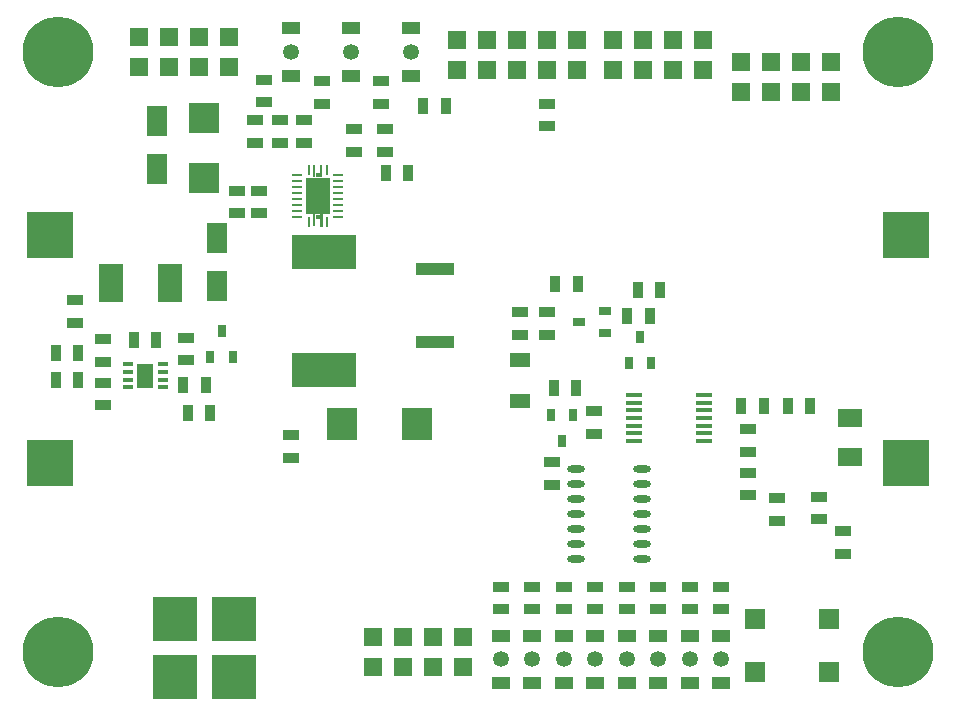
<source format=gbr>
G04 #@! TF.FileFunction,Soldermask,Bot*
%FSLAX46Y46*%
G04 Gerber Fmt 4.6, Leading zero omitted, Abs format (unit mm)*
G04 Created by KiCad (PCBNEW 0.201505041002+5641~23~ubuntu14.04.1-product) date St 6. květen 2015, 01:35:33 CEST*
%MOMM*%
G01*
G04 APERTURE LIST*
%ADD10C,0.300000*%
%ADD11R,4.000000X4.000000*%
%ADD12R,1.397000X0.889000*%
%ADD13R,2.499360X2.550160*%
%ADD14R,0.889000X1.397000*%
%ADD15R,1.800860X2.499360*%
%ADD16R,1.500000X1.050000*%
%ADD17C,1.350000*%
%ADD18R,1.699260X1.300480*%
%ADD19R,2.000000X3.180000*%
%ADD20R,1.524000X1.524000*%
%ADD21R,3.810000X3.810000*%
%ADD22R,5.500000X3.000000*%
%ADD23C,6.000000*%
%ADD24R,0.800100X1.000760*%
%ADD25R,1.000760X0.800100*%
%ADD26R,3.200000X1.000000*%
%ADD27R,2.032000X1.524000*%
%ADD28O,1.473200X0.609600*%
%ADD29R,1.676400X1.676400*%
%ADD30R,1.450000X0.450000*%
%ADD31R,0.850000X0.350000*%
%ADD32R,1.400000X2.000000*%
%ADD33R,2.550160X2.700020*%
%ADD34R,0.850000X0.280000*%
%ADD35R,2.050000X3.050000*%
%ADD36R,0.280000X0.850000*%
%ADD37R,0.280000X1.125000*%
%ADD38R,0.400000X0.450000*%
%ADD39C,0.600000*%
G04 APERTURE END LIST*
D10*
D11*
X4390000Y40384000D03*
X76890000Y40384000D03*
X4390000Y21084000D03*
X76890000Y21084000D03*
D12*
X8890000Y27876500D03*
X8890000Y25971500D03*
D13*
X17399000Y45227240D03*
X17399000Y50276760D03*
D12*
X20193000Y44132500D03*
X20193000Y42227500D03*
X8890000Y31559500D03*
X8890000Y29654500D03*
D14*
X11493500Y31496000D03*
X13398500Y31496000D03*
D12*
X21717000Y48196500D03*
X21717000Y50101500D03*
X22098000Y44132500D03*
X22098000Y42227500D03*
X15875000Y29781500D03*
X15875000Y31686500D03*
X32766000Y47434500D03*
X32766000Y49339500D03*
X24765000Y23431500D03*
X24765000Y21526500D03*
X50419000Y25463500D03*
X50419000Y23558500D03*
X63500000Y22034500D03*
X63500000Y23939500D03*
X69469000Y18224500D03*
X69469000Y16319500D03*
D14*
X68770500Y25908000D03*
X66865500Y25908000D03*
D12*
X65913000Y18097500D03*
X65913000Y16192500D03*
X44196000Y33845500D03*
X44196000Y31940500D03*
X46863000Y21145500D03*
X46863000Y19240500D03*
D15*
X13462000Y46007020D03*
X13462000Y50004980D03*
X18542000Y40098980D03*
X18542000Y36101020D03*
D16*
X24765000Y53880000D03*
X24765000Y57880000D03*
D17*
X24765000Y55880000D03*
D16*
X29845000Y53880000D03*
X29845000Y57880000D03*
D17*
X29845000Y55880000D03*
D16*
X34925000Y53880000D03*
X34925000Y57880000D03*
D17*
X34925000Y55880000D03*
D18*
X44196000Y26316940D03*
X44196000Y29817060D03*
D16*
X42545000Y2445000D03*
X42545000Y6445000D03*
D17*
X42545000Y4445000D03*
D16*
X45212000Y2445000D03*
X45212000Y6445000D03*
D17*
X45212000Y4445000D03*
D16*
X47879000Y2445000D03*
X47879000Y6445000D03*
D17*
X47879000Y4445000D03*
D16*
X50546000Y2445000D03*
X50546000Y6445000D03*
D17*
X50546000Y4445000D03*
D16*
X53213000Y2445000D03*
X53213000Y6445000D03*
D17*
X53213000Y4445000D03*
D16*
X55880000Y2445000D03*
X55880000Y6445000D03*
D17*
X55880000Y4445000D03*
D16*
X58547000Y2445000D03*
X58547000Y6445000D03*
D17*
X58547000Y4445000D03*
D19*
X9565000Y36322000D03*
X14565000Y36322000D03*
D20*
X19558000Y57150000D03*
X19558000Y54610000D03*
X17018000Y57150000D03*
X17018000Y54610000D03*
X14478000Y57150000D03*
X14478000Y54610000D03*
X11938000Y57150000D03*
X11938000Y54610000D03*
X49022000Y54356000D03*
X49022000Y56896000D03*
X38862000Y56896000D03*
X38862000Y54356000D03*
X43942000Y54356000D03*
X43942000Y56896000D03*
X46482000Y54356000D03*
X46482000Y56896000D03*
X41402000Y54356000D03*
X41402000Y56896000D03*
X31750000Y3810000D03*
X31750000Y6350000D03*
X34290000Y3810000D03*
X34290000Y6350000D03*
X36830000Y3810000D03*
X36830000Y6350000D03*
X39370000Y3810000D03*
X39370000Y6350000D03*
D21*
X14939000Y7874000D03*
X19939000Y7874000D03*
X14939000Y2921000D03*
X19939000Y2921000D03*
D20*
X62865000Y52451000D03*
X62865000Y54991000D03*
X65405000Y52451000D03*
X65405000Y54991000D03*
X67945000Y52451000D03*
X67945000Y54991000D03*
X59690000Y56896000D03*
X59690000Y54356000D03*
X57150000Y56896000D03*
X57150000Y54356000D03*
X54610000Y56896000D03*
X54610000Y54356000D03*
X52070000Y56896000D03*
X52070000Y54356000D03*
D22*
X27559000Y38909000D03*
X27559000Y28909000D03*
D23*
X76200000Y5080000D03*
X5080000Y55880000D03*
X5080000Y5080000D03*
X76200000Y55880000D03*
D24*
X18923000Y32214820D03*
X17970500Y30015180D03*
X19875500Y30015180D03*
X47752000Y22903180D03*
X48704500Y25102820D03*
X46799500Y25102820D03*
X54356000Y31706820D03*
X53403500Y29507180D03*
X55308500Y29507180D03*
D25*
X49192180Y33020000D03*
X51391820Y32067500D03*
X51391820Y33972500D03*
D12*
X6477000Y32956500D03*
X6477000Y34861500D03*
D14*
X6794500Y28067000D03*
X4889500Y28067000D03*
X6794500Y30353000D03*
X4889500Y30353000D03*
D12*
X46482000Y51498500D03*
X46482000Y49593500D03*
D14*
X36004500Y51308000D03*
X37909500Y51308000D03*
D12*
X22479000Y51625500D03*
X22479000Y53530500D03*
X27432000Y51498500D03*
X27432000Y53403500D03*
X32385000Y51498500D03*
X32385000Y53403500D03*
D14*
X15684500Y27686000D03*
X17589500Y27686000D03*
X17970500Y25273000D03*
X16065500Y25273000D03*
D12*
X25908000Y48196500D03*
X25908000Y50101500D03*
X23876000Y48196500D03*
X23876000Y50101500D03*
D14*
X32829500Y45593000D03*
X34734500Y45593000D03*
D12*
X30099000Y49339500D03*
X30099000Y47434500D03*
D26*
X36957000Y37517000D03*
X36957000Y31317000D03*
D12*
X63500000Y18351500D03*
X63500000Y20256500D03*
D14*
X64833500Y25908000D03*
X62928500Y25908000D03*
D12*
X71501000Y13398500D03*
X71501000Y15303500D03*
D14*
X47053500Y27432000D03*
X48958500Y27432000D03*
D27*
X72136000Y21590000D03*
X72136000Y24892000D03*
D12*
X46482000Y31940500D03*
X46482000Y33845500D03*
D14*
X49085500Y36195000D03*
X47180500Y36195000D03*
X54165500Y35687000D03*
X56070500Y35687000D03*
X53276500Y33528000D03*
X55181500Y33528000D03*
D12*
X42545000Y8699500D03*
X42545000Y10604500D03*
X45212000Y8699500D03*
X45212000Y10604500D03*
X47879000Y8699500D03*
X47879000Y10604500D03*
X50546000Y8699500D03*
X50546000Y10604500D03*
X53213000Y8699500D03*
X53213000Y10604500D03*
X55880000Y8699500D03*
X55880000Y10604500D03*
X58547000Y8699500D03*
X58547000Y10604500D03*
D28*
X48895000Y12954000D03*
X48895000Y14224000D03*
X48895000Y15494000D03*
X48895000Y16764000D03*
X54483000Y16764000D03*
X54483000Y15494000D03*
X54483000Y14224000D03*
X54483000Y12954000D03*
X48895000Y18034000D03*
X48895000Y19304000D03*
X48895000Y20574000D03*
X54483000Y18034000D03*
X54483000Y19304000D03*
X54483000Y20574000D03*
D29*
X70333000Y7838000D03*
X70333000Y3338000D03*
X64033000Y7838000D03*
X64033000Y3338000D03*
D30*
X53819000Y22942000D03*
X53819000Y23592000D03*
X53819000Y24242000D03*
X53819000Y24892000D03*
X53819000Y25542000D03*
X53819000Y26192000D03*
X53819000Y26842000D03*
X59719000Y26842000D03*
X59719000Y26192000D03*
X59719000Y25542000D03*
X59719000Y24892000D03*
X59719000Y24242000D03*
X59719000Y23592000D03*
X59719000Y22942000D03*
D31*
X10971000Y28123000D03*
X10971000Y28773000D03*
X10971000Y29423000D03*
X13921000Y29423000D03*
X13921000Y28773000D03*
X13921000Y28123000D03*
X13921000Y27473000D03*
X10971000Y27473000D03*
D32*
X12446000Y28448000D03*
D33*
X35433000Y24384000D03*
X29083000Y24384000D03*
D20*
X70485000Y52451000D03*
X70485000Y54991000D03*
D34*
X25326000Y41938000D03*
D35*
X27051000Y43688000D03*
D34*
X25326000Y42438000D03*
X25326000Y42938000D03*
X25326000Y43438000D03*
X25326000Y43938000D03*
X25326000Y44438000D03*
X25326000Y44938000D03*
X25326000Y45438000D03*
D36*
X26301000Y45913000D03*
X27801000Y45913000D03*
D34*
X28776000Y45438000D03*
X28776000Y44938000D03*
X28776000Y44438000D03*
X28776000Y43938000D03*
X28776000Y43438000D03*
X28776000Y42938000D03*
X28776000Y42438000D03*
X28776000Y41938000D03*
D36*
X27801000Y41463000D03*
X26301000Y41463000D03*
D10*
G36*
X27491000Y41050500D02*
X27211000Y41050500D01*
X27211000Y42175500D01*
X27491000Y42175500D01*
X27491000Y41050500D01*
X27491000Y41050500D01*
G37*
D37*
X26751000Y41613000D03*
X26751000Y45763000D03*
X27351000Y45763000D03*
D38*
X27051000Y41938000D03*
X27051000Y45438000D03*
D39*
X27686000Y42545000D03*
X27686000Y44831000D03*
X26416000Y44831000D03*
X26416000Y42545000D03*
X27051000Y43688000D03*
D16*
X61214000Y2445000D03*
X61214000Y6445000D03*
D17*
X61214000Y4445000D03*
D12*
X61214000Y8699500D03*
X61214000Y10604500D03*
M02*

</source>
